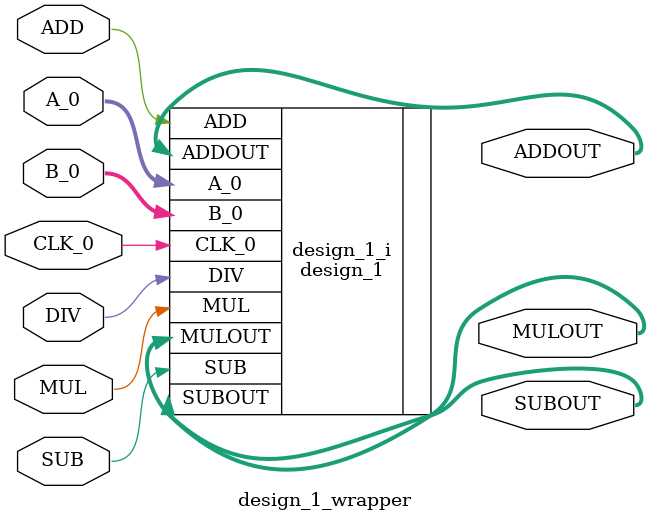
<source format=v>
`timescale 1 ps / 1 ps

module design_1_wrapper
   (ADD,
    ADDOUT,
    A_0,
    B_0,
    CLK_0,
    DIV,
    MUL,
    MULOUT,
    SUB,
    SUBOUT);
  input ADD;
  output [4:0]ADDOUT;
  input [3:0]A_0;
  input [3:0]B_0;
  input CLK_0;
  input DIV;
  input MUL;
  output [7:0]MULOUT;
  input SUB;
  output [4:0]SUBOUT;

  wire ADD;
  wire [4:0]ADDOUT;
  wire [3:0]A_0;
  wire [3:0]B_0;
  wire CLK_0;
  wire DIV;
  wire MUL;
  wire [7:0]MULOUT;
  wire SUB;
  wire [4:0]SUBOUT;

  design_1 design_1_i
       (.ADD(ADD),
        .ADDOUT(ADDOUT),
        .A_0(A_0),
        .B_0(B_0),
        .CLK_0(CLK_0),
        .DIV(DIV),
        .MUL(MUL),
        .MULOUT(MULOUT),
        .SUB(SUB),
        .SUBOUT(SUBOUT));
endmodule

</source>
